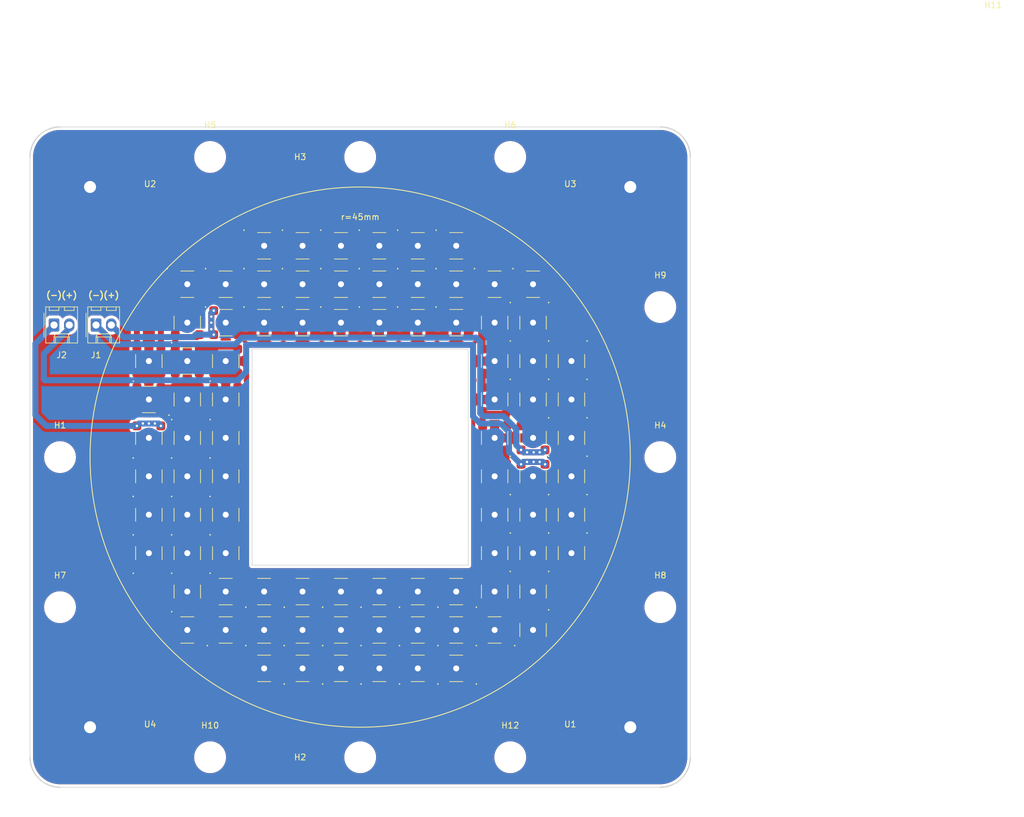
<source format=kicad_pcb>
(kicad_pcb (version 20211014) (generator pcbnew)
  (layers (0 "F.Cu" signal) (31 "B.Cu" signal) (34 "B.Paste" user) (35 "F.Paste" user) (36 "B.SilkS" user "B.Silkscreen") (37 "F.SilkS" user "F.Silkscreen") (38 "B.Mask" user) (39 "F.Mask" user) (44 "Edge.Cuts" user))
  (net 0 "")
  (net 1 "Net-(D1-Pad2)")
  (net 2 "GND")
  (net 3 "Net-(D2-Pad2)")
  (net 4 "Net-(D3-Pad2)")
  (net 5 "Net-(D4-Pad2)")
  (net 6 "Net-(D5-Pad2)")
  (net 7 "Net-(D6-Pad2)")
  (net 8 "Net-(D7-Pad2)")
  (net 9 "Net-(D8-Pad2)")
  (net 10 "Net-(D10-Pad1)")
  (net 11 "Net-(D10-Pad2)")
  (net 12 "Net-(D11-Pad2)")
  (net 13 "Net-(D12-Pad2)")
  (net 14 "Net-(D13-Pad2)")
  (net 15 "Net-(D14-Pad2)")
  (net 16 "Net-(D15-Pad2)")
  (net 17 "Net-(D16-Pad2)")
  (net 18 "Net-(D17-Pad2)")
  (net 19 "Net-(D18-Pad2)")
  (net 20 "Net-(D19-Pad2)")
  (net 21 "Net-(D20-Pad2)")
  (net 22 "Net-(D21-Pad2)")
  (net 23 "Net-(D22-Pad2)")
  (net 24 "Net-(D23-Pad2)")
  (net 25 "Net-(D24-Pad2)")
  (net 26 "Net-(D25-Pad2)")
  (net 27 "Net-(D26-Pad2)")
  (net 28 "Net-(D27-Pad2)")
  (net 29 "Net-(D28-Pad2)")
  (net 30 "Net-(D29-Pad2)")
  (net 31 "Net-(D30-Pad2)")
  (net 32 "Net-(D31-Pad2)")
  (net 33 "Net-(D32-Pad2)")
  (net 34 "Net-(D33-Pad2)")
  (net 35 "Net-(D34-Pad2)")
  (net 36 "Net-(D35-Pad2)")
  (net 37 "Net-(D36-Pad2)")
  (net 38 "Net-(D37-Pad2)")
  (net 39 "Net-(D38-Pad2)")
  (net 40 "Net-(D39-Pad2)")
  (net 41 "Net-(D40-Pad2)")
  (net 42 "Net-(D41-Pad2)")
  (net 43 "Net-(D43-Pad2)")
  (net 44 "Net-(D45-Pad2)")
  (net 45 "Net-(D46-Pad2)")
  (net 46 "Net-(D47-Pad3)")
  (net 47 "Net-(D48-Pad2)")
  (net 48 "Net-(D49-Pad2)")
  (net 49 "Net-(D50-Pad2)")
  (net 50 "Net-(D51-Pad2)")
  (net 51 "Net-(D52-Pad2)")
  (net 52 "Net-(D53-Pad2)")
  (net 53 "Net-(D54-Pad2)")
  (net 54 "Net-(D55-Pad2)")
  (net 55 "Net-(D56-Pad2)")
  (net 56 "Net-(D57-Pad2)")
  (net 57 "Net-(D58-Pad2)")
  (net 58 "Net-(D59-Pad2)")
  (net 59 "Net-(D60-Pad2)")
  (net 60 "Net-(D61-Pad2)")
  (net 61 "Net-(D62-Pad2)")
  (net 62 "Net-(D63-Pad2)")
  (net 63 "Net-(D64-Pad2)")
  (net 64 "Net-(D65-Pad2)")
  (net 65 "Net-(D66-Pad2)")
  (net 66 "Net-(D67-Pad2)")
  (net 67 "Net-(D68-Pad2)")
  (net 68 "Net-(D69-Pad2)")
  (net 69 "Net-(D70-Pad2)")
  (net 70 "Net-(D71-Pad2)")
  (net 71 "Net-(D72-Pad2)")
  (net 72 "Net-(D73-Pad3)")
  (net 73 "Net-(D74-Pad2)")
  (net 74 "Net-(D75-Pad2)")
  (net 75 "Net-(D76-Pad2)")
  (net 76 "Net-(D77-Pad2)")
  (net 77 "Net-(D78-Pad2)")
  (net 78 "Net-(D79-Pad3)")
  (net 79 "Net-(D80-Pad2)")
  (net 80 "Net-(D81-Pad2)")
  (net 81 "Net-(D82-Pad2)")
  (net 82 "Net-(D83-Pad2)")
  (net 83 "Net-(D84-Pad3)")
  (net 84 "Net-(D85-Pad2)")
  (net 85 "Net-(D86-Pad2)")
  (net 86 "Net-(D87-Pad2)")
  (net 87 "Net-(D42-Pad2)")
  (net 88 "Net-(D1-Pad1)")
  (net 89 "Net-(D44-Pad2)")
  (net 90 "Net-(D45-Pad1)")
  (net 91 "Net-(D88-Pad2)")
  (footprint "Project:LEDSC440X440X240-5N" (layer "F.Cu") (at 178.799995 83.999997 -90)
    (fp_text reference "D42" hide)
    (fp_text value "LZ1-00R403" hide)
  )
  (footprint "Project:Heat_Sink" (layer "F.Cu") (at 194.999995 144.999997)
    (fp_text reference "U1")
    (fp_text value "sink")
  )
  (footprint "Project:LEDSC440X440X240-5N" (layer "F.Cu") (at 178.799995 115.999997 -90)
    (fp_text reference "D47" hide)
    (fp_text value "LZ1-00R403" hide)
  )
  (footprint "MountingHole:MountingHole_4.3mm_M4" (layer "F.Cu") (at 124.999995 149.999997)
    (fp_text reference "H10")
    (fp_text value "MountingHole")
  )
  (footprint "Project:LEDSC440X440X240-5N" (layer "F.Cu") (at 165.999995 71.199997)
    (fp_text reference "D38" hide)
    (fp_text value "LZ1-00R403" hide)
  )
  (footprint "MountingHole:MountingHole_4.3mm_M4" (layer "F.Cu") (at 174.999995 49.999997)
    (fp_text reference "H6")
    (fp_text value "MountingHole")
  )
  (footprint "Connector_Molex:Molex_KK-254_AE-6410-02A_1x02_P2.54mm_Vertical" (layer "F.Cu") (at 98.999995 77.999997)
    (fp_text reference "J2")
    (fp_text value "Conn_01x02_Male" hide)
  )
  (footprint "Project:LEDSC440X440X240-5N" (layer "F.Cu") (at 140.399995 77.599997)
    (fp_text reference "D3" hide)
    (fp_text value "LZ1-00R403" hide)
  )
  (footprint "MountingHole:MountingHole_4.3mm_M4" (layer "F.Cu") (at 255.449995 29.999997)
    (fp_text reference "H11")
    (fp_text value "MountingHole")
  )
  (footprint "Project:LEDSC440X440X240-5N" (layer "F.Cu") (at 133.999995 77.599997)
    (fp_text reference "D2" hide)
    (fp_text value "LZ1-00R403" hide)
  )
  (footprint "Project:LEDSC440X440X240-5N" (layer "F.Cu") (at 178.799995 122.399997 -90)
    (fp_text reference "D48" hide)
    (fp_text value "LZ1-00R403" hide)
  )
  (footprint "Project:LEDSC440X440X240-5N" (layer "F.Cu") (at 127.599995 77.599997)
    (fp_text reference "D1" hide)
    (fp_text value "LZ1-00R403" hide)
  )
  (footprint "Project:LEDSC440X440X240-5N" (layer "F.Cu") (at 140.399995 128.799997 180)
    (fp_text reference "D55" hide)
    (fp_text value "LZ1-00R403" hide)
  )
  (footprint "Project:LEDSC440X440X240-5N" (layer "F.Cu") (at 146.799995 77.599997)
    (fp_text reference "D4" hide)
    (fp_text value "LZ1-00R403" hide)
  )
  (footprint "Project:LEDSC440X440X240-5N" (layer "F.Cu") (at 146.799995 135.199997 180)
    (fp_text reference "D82" hide)
    (fp_text value "LZ1-00R403" hide)
  )
  (footprint "Project:LEDSC440X440X240-5N" (layer "F.Cu") (at 127.599995 71.199997)
    (fp_text reference "D32" hide)
    (fp_text value "LZ1-00R403" hide)
  )
  (footprint "Project:LEDSC440X440X240-5N" (layer "F.Cu") (at 185.199995 103.199997 -90)
    (fp_text reference "D76" hide)
    (fp_text value "LZ1-00R403" hide)
  )
  (footprint "Project:LEDSC440X440X240-5N" (layer "F.Cu") (at 185.199995 96.799997 -90)
    (fp_text reference "D75" hide)
    (fp_text value "LZ1-00R403" hide)
  )
  (footprint "Project:LEDSC440X440X240-5N" (layer "F.Cu") (at 153.199995 64.799997)
    (fp_text reference "D70" hide)
    (fp_text value "LZ1-00R403" hide)
  )
  (footprint "MountingHole:MountingHole_4.3mm_M4" (layer "F.Cu") (at 149.999995 149.999997)
    (fp_text reference "H2")
    (fp_text value "MountingHole" hide)
  )
  (footprint "Project:LEDSC440X440X240-5N" (layer "F.Cu") (at 114.799995 103.199997 90)
    (fp_text reference "D87" hide)
    (fp_text value "LZ1-00R403" hide)
  )
  (footprint "Project:LEDSC440X440X240-5N" (layer "F.Cu") (at 127.599995 96.799997 90)
    (fp_text reference "D26" hide)
    (fp_text value "LZ1-00R403" hide)
  )
  (footprint "Project:LEDSC440X440X240-5N" (layer "F.Cu") (at 172.399995 109.599997 -90)
    (fp_text reference "D13" hide)
    (fp_text value "LZ1-00R403" hide)
  )
  (footprint "Project:LEDSC440X440X240-5N" (layer "F.Cu") (at 153.199995 128.799997 180)
    (fp_text reference "D53" hide)
    (fp_text value "LZ1-00R403" hide)
  )
  (footprint "Project:LEDSC440X440X240-5N" (layer "F.Cu") (at 114.799995 109.599997 90)
    (fp_text reference "D86" hide)
    (fp_text value "LZ1-00R403" hide)
  )
  (footprint "Project:LEDSC440X440X240-5N" (layer "F.Cu") (at 172.399995 77.599997 -90)
    (fp_text reference "D8" hide)
    (fp_text value "LZ1-00R403" hide)
  )
  (footprint "MountingHole:MountingHole_4.3mm_M4" (layer "F.Cu") (at 124.999995 49.999997)
    (fp_text reference "H5")
    (fp_text value "MountingHole")
  )
  (footprint "Project:LEDSC440X440X240-5N" (layer "F.Cu") (at 121.199995 103.199997 90)
    (fp_text reference "D62" hide)
    (fp_text value "LZ1-00R403" hide)
  )
  (footprint "MountingHole:MountingHole_4.3mm_M4" (layer "F.Cu") (at 149.999995 49.999997)
    (fp_text reference "H3")
    (fp_text value "MountingHole" hide)
  )
  (footprint "Project:LEDSC440X440X240-5N" (layer "F.Cu") (at 114.799995 90.399997 180)
    (fp_text reference "D65" hide)
    (fp_text value "LZ1-00R403" hide)
  )
  (footprint "Project:LEDSC440X440X240-5N" (layer "F.Cu") (at 165.999995 77.599997)
    (fp_text reference "D7" hide)
    (fp_text value "LZ1-00R403" hide)
  )
  (footprint "Project:LEDSC440X440X240-5N" (layer "F.Cu") (at 127.599995 103.199997 90)
    (fp_text reference "D25" hide)
    (fp_text value "LZ1-00R403" hide)
  )
  (footprint "Project:Heat_Sink" (layer "F.Cu") (at 104.999995 54.999997)
    (fp_text reference "U2")
    (fp_text value "sink")
  )
  (footprint "Project:LEDSC440X440X240-5N" (layer "F.Cu") (at 127.599995 90.399997 90)
    (fp_text reference "D27" hide)
    (fp_text value "LZ1-00R403" hide)
  )
  (footprint "Project:LEDSC440X440X240-5N" (layer "F.Cu") (at 178.799995 128.799997 -90)
    (fp_text reference "D49" hide)
    (fp_text value "LZ1-00R403" hide)
  )
  (footprint "Project:LEDSC440X440X240-5N" (layer "F.Cu") (at 172.399995 122.399997 -90)
    (fp_text reference "D15" hide)
    (fp_text value "LZ1-00R403" hide)
  )
  (footprint "Project:LEDSC440X440X240-5N" (layer "F.Cu") (at 127.599995 122.399997 180)
    (fp_text reference "D22" hide)
    (fp_text value "LZ1-00R403" hide)
  )
  (footprint "Project:LEDSC440X440X240-5N" (layer "F.Cu") (at 178.799995 96.799997 -90)
    (fp_text reference "D44" hide)
    (fp_text value "LZ1-00R403" hide)
  )
  (footprint "Project:LEDSC440X440X240-5N" (layer "F.Cu") (at 178.799995 71.199997)
    (fp_text reference "D40" hide)
    (fp_text value "LZ1-00R403" hide)
  )
  (footprint "Project:LEDSC440X440X240-5N" (layer "F.Cu") (at 146.799995 71.199997)
    (fp_text reference "D35" hide)
    (fp_text value "LZ1-00R403" hide)
  )
  (footprint "Project:LEDSC440X440X240-5N" (layer "F.Cu") (at 172.399995 83.999997 -90)
    (fp_text reference "D9" hide)
    (fp_text value "LZ1-00R403" hide)
  )
  (footprint "Project:LEDSC440X440X240-5N" (layer "F.Cu") (at 121.199995 77.599997 90)
    (fp_text reference "D30" hide)
    (fp_text value "LZ1-00R403" hide)
  )
  (footprint "Project:LEDSC440X440X240-5N" (layer "F.Cu") (at 127.599995 83.999997 90)
    (fp_text reference "D28" hide)
    (fp_text value "LZ1-00R403" hide)
  )
  (footprint "Project:LEDSC440X440X240-5N" (layer "F.Cu") (at 172.399995 128.799997 180)
    (fp_text reference "D50" hide)
    (fp_text value "LZ1-00R403" hide)
  )
  (footprint "Project:LEDSC440X440X240-5N" (layer "F.Cu") (at 133.999995 135.199997 180)
    (fp_text reference "D84" hide)
    (fp_text value "LZ1-00R403" hide)
  )
  (footprint "Project:LEDSC440X440X240-5N" (layer "F.Cu") (at 133.999995 64.799997)
    (fp_text reference "D67" hide)
    (fp_text value "LZ1-00R403" hide)
  )
  (footprint "Project:LEDSC440X440X240-5N" (layer "F.Cu") (at 185.199995 83.999997 -90)
    (fp_text reference "D73" hide)
    (fp_text value "LZ1-00R403" hide)
  )
  (footprint "Project:LEDSC440X440X240-5N" (layer "F.Cu") (at 121.199995 71.199997)
    (fp_text reference "D31" hide)
    (fp_text value "LZ1-00R403" hide)
  )
  (footprint "Project:LEDSC440X440X240-5N" (layer "F.Cu") (at 133.999995 128.799997 180)
    (fp_text reference "D56" hide)
    (fp_text value "LZ1-00R403" hide)
  )
  (footprint "Project:LEDSC440X440X240-5N" (layer "F.Cu") (at 114.799995 115.999997 90)
    (fp_text reference "D85" hide)
    (fp_text value "LZ1-00R403" hide)
  )
  (footprint "Project:LEDSC440X440X240-5N" (layer "F.Cu") (at 172.399995 115.999997 -90)
    (fp_text reference "D14" hide)
    (fp_text value "LZ1-00R403" hide)
  )
  (footprint "Project:LEDSC440X440X240-5N" (layer "F.Cu") (at 159.599995 77.599997)
    (fp_text reference "D6" hide)
    (fp_text value "LZ1-00R403" hide)
  )
  (footprint "Project:LEDSC440X440X240-5N" (layer "F.Cu") (at 153.199995 122.399997 180)
    (fp_text reference "D18" hide)
    (fp_text value "LZ1-00R403" hide)
  )
  (footprint "Project:LEDSC440X440X240-5N" (layer "F.Cu") (at 133.999995 122.399997 180)
    (fp_text reference "D21" hide)
    (fp_text value "LZ1-00R403" hide)
  )
  (footprint "Project:LEDSC440X440X240-5N" (layer "F.Cu") (at 172.399995 90.399997 -90)
    (fp_text reference "D10" hide)
    (fp_text value "LZ1-00R403" hide)
  )
  (footprint "Project:LEDSC440X440X240-5N" (layer "F.Cu") (at 121.199995 109.599997 90)
    (fp_text reference "D61" hide)
    (fp_text value "LZ1-00R403" hide)
  )
  (footprint "MountingHole:MountingHole_4.3mm_M4" (layer "F.Cu") (at 99.999995 99.999997)
    (fp_text reference "H1")
    (fp_text value "MountingHole" hide)
  )
  (footprint "Project:LEDSC440X440X240-5N" (layer "F.Cu") (at 153.199995 135.199997 180)
    (fp_text reference "D81" hide)
    (fp_text value "LZ1-00R403" hide)
  )
  (footprint "Connector_Molex:Molex_KK-254_AE-6410-02A_1x02_P2.54mm_Vertical" (layer "F.Cu") (at 105.999995 77.999997)
    (fp_text reference "J1")
    (fp_text value "Conn_01x02_Male" hide)
  )
  (footprint "Project:LEDSC440X440X240-5N" (layer "F.Cu") (at 159.599995 135.199997 180)
    (fp_text reference "D80" hide)
    (fp_text value "LZ1-00R403" hide)
  )
  (footprint "Project:LEDSC440X440X240-5N" (layer "F.Cu") (at 121.199995 83.999997 180)
    (fp_text reference "D29" hide)
    (fp_text value "LZ1-00R403" hide)
  )
  (footprint "Project:LEDSC440X440X240-5N" (layer "F.Cu") (at 121.199995 90.399997 90)
    (fp_text reference "D64" hide)
    (fp_text value "LZ1-00R403" hide)
  )
  (footprint "MountingHole:MountingHole_4.3mm_M4" (layer "F.Cu") (at 174.999995 149.999997)
    (fp_text reference "H12")
    (fp_text value "MountingHole")
  )
  (footprint "Project:LEDSC440X440X240-5N" (layer "F.Cu") (at 165.999995 135.199997 180)
    (fp_text reference "D79" hide)
    (fp_text value "LZ1-00R403" hide)
  )
  (footprint "Project:LEDSC440X440X240-5N" (layer "F.Cu") (at 159.599995 71.199997)
    (fp_text reference "D37" hide)
    (fp_text value "LZ1-00R403" hide)
  )
  (footprint "Project:Heat_Sink" (layer "F.Cu") (at 104.999995 144.999997)
    (fp_text reference "U4")
    (fp_text value "sink")
  )
  (footprint "MountingHole:MountingHole_4.3mm_M4" (layer "F.Cu") (at 199.999995 124.999997)
    (fp_text reference "H8")
    (fp_text value "MountingHole")
  )
  (footprint "Project:LEDSC440X440X240-5N" (layer "F.Cu") (at 140.399995 135.199997 180)
    (fp_text reference "D83" hide)
    (fp_text value "LZ1-00R403" hide)
  )
  (footprint "Project:LEDSC440X440X240-5N" (layer "F.Cu") (at 165.999995 64.799997)
    (fp_text reference "D72" hide)
    (fp_text value "LZ1-00R403" hide)
  )
  (footprint "Project:LEDSC440X440X240-5N" (layer "F.Cu") (at 133.999995 71.199997)
    (fp_text reference "D33" hide)
    (fp_text value "LZ1-00R403" hide)
  )
  (footprint "Project:LEDSC440X440X240-5N" (layer "F.Cu") (at 185.199995 115.999997 -90)
    (fp_text reference "D78" hide)
    (fp_text value "LZ1-00R403" hide)
  )
  (footprint "MountingHole:MountingHole_4.3mm_M4" (layer "F.Cu") (at 199.999995 99.999997)
    (fp_text reference "H4")
    (fp_text value "MountingHole" hide)
  )
  (footprint "Project:LEDSC440X440X240-5N" (layer "F.Cu") (at 178.799995 103.199997 -90)
    (fp_text reference "D45" hide)
    (fp_text value "LZ1-00R403" hide)
  )
  (footprint "Project:LEDSC440X440X240-5N" (layer "F.Cu") (at 178.799995 90.399997 -90)
    (fp_text reference "D43" hide)
    (fp_text value "LZ1-00R403" hide)
  )
  (footprint "Project:Heat_Sink" (layer "F.Cu") (at 194.999995 54.999997)
    (fp_text reference "U3")
    (fp_text value "sink")
  )
  (footprint "Project:LEDSC440X440X240-5N" (layer "F.Cu") (at 172.399995 103.199997 -90)
    (fp_text reference "D12" hide)
    (fp_text value "LZ1-00R403" hide)
  )
  (footprint "Project:LEDSC440X440X240-5N" (layer "F.Cu") (at 140.399995 71.199997)
    (fp_text reference "D34" hide)
    (fp_text value "LZ1-00R403" hide)
  )
  (footprint "Project:LEDSC440X440X240-5N" (layer "F.Cu") (at 146.799995 122.399997 180)
    (fp_text reference "D19" hide)
    (fp_text value "LZ1-00R403" hide)
  )
  (footprint "MountingHole:MountingHole_4.3mm_M4" (layer "F.Cu") (at 199.999995 74.999997)
    (fp_text reference "H9")
    (fp_text value "MountingHole")
  )
  (footprint "Project:LEDSC440X440X240-5N" (layer "F.Cu") (at 185.199995 90.399997 -90)
    (fp_text reference "D74" hide)
    (fp_text value "LZ1-00R403" hide)
  )
  (footprint "Project:LEDSC440X440X240-5N" (layer "F.Cu") (at 121.199995 115.999997 90)
    (fp_text reference "D60" hide)
    (fp_text value "LZ1-00R403" hide)
  )
  (footprint "Project:LEDSC440X440X240-5N" (layer "F.Cu") (at 146.799995 64.799997)
    (fp_text reference "D69" hide)
    (fp_text value "LZ1-00R403" hide)
  )
  (footprint "Project:LEDSC440X440X240-5N" (layer "F.Cu") (at 172.399995 96.799997 -90)
    (fp_text reference "D11" hide)
    (fp_text value "LZ1-00R403" hide)
  )
  (footprint "Project:LEDSC440X440X240-5N" (layer "F.Cu") (at 121.199995 122.399997 90)
    (fp_text reference "D59" hide)
    (fp_text value "LZ1-00R403" hide)
  )
  (footprint "Project:LEDSC440X440X240-5N" (layer "F.Cu") (at 165.999995 122.399997 180)
    (fp_text reference "D16" hide)
    (fp_text value "LZ1-00R403" hide)
  )
  (footprint "Project:LEDSC440X440X240-5N" (layer "F.Cu") (at 114.799995 96.799997 90)
    (fp_text reference "D88" hide)
    (fp_text value "LZ1-00R403" hide)
  )
  (footprint "Project:LEDSC440X440X240-5N" (layer "F.Cu") (at 153.199995 71.199997)
    (fp_text reference "D36" hide)
    (fp_text value "LZ1-00R403" hide)
  )
  (footprint "Project:LEDSC440X440X240-5N" (layer "F.Cu") (at 172.399995 71.199997)
    (fp_text reference "D39" hide)
    (fp_text value "LZ1-00R403" hide)
  )
  (footprint "Project:LEDSC440X440X240-5N" (layer "F.Cu") (at 159.599995 128.799997 180)
    (fp_text reference "D52" hide)
    (fp_text value "LZ1-00R403" hide)
  )
  (footprint "Project:LEDSC440X440X240-5N" (layer "F.Cu") (at 146.799995 128.799997 180)
    (fp_text reference "D54" hide)
    (fp_text value "LZ1-00R403" hide)
  )
  (footprint "Project:LEDSC440X440X240-5N" (layer "F.Cu") (at 159.599995 64.799997)
    (fp_text reference "D71" hide)
    (fp_text value "LZ1-00R403" hide)
  )
  (footprint "Project:LEDSC440X440X240-5N" (layer "F.Cu") (at 127.599995 128.799997 180)
    (fp_text reference "D57" hide)
    (fp_text value "LZ1-00R403" hide)
  )
  (footprint "Project:LEDSC440X440X240-5N" (layer "F.Cu") (at 114.799995 83.999997 90)
    (fp_text reference "D66" hide)
    (fp_text value "LZ1-00R403" hide)
  )
  (footprint "Project:LEDSC440X440X240-5N" (layer "F.Cu") (at 185.199995 109.599997 -90)
    (fp_text reference "D77" hide)
    (fp_text value "LZ1-00R403" hide)
  )
  (footprint "MountingHole:MountingHole_4.3mm_M4" (layer "F.Cu") (at 99.999995 124.999997)
    (fp_text reference "H7")
    (fp_text value "MountingHole")
  )
  (footprint "Project:LEDSC440X440X240-5N" (layer "F.Cu") (at 153.199995 77.599997)
    (fp_text reference "D5" hide)
    (fp_text value "LZ1-00R403" hide)
  )
  (footprint "Project:LEDSC440X440X240-5N" (layer "F.Cu") (at 121.199995 128.799997 180)
    (fp_text reference "D58" hide)
    (fp_text value "LZ1-00R403" hide)
  )
  (footprint "Project:LEDSC440X440X240-5N" (layer "F.Cu") (at 159.599995 122.399997 180)
    (fp_text reference "D17" hide)
    (fp_text value "LZ1-00R403" hide)
  )
  (footprint "Project:LEDSC440X440X240-5N" (layer "F.Cu") (at 140.399995 64.799997)
    (fp_text reference "D68" hide)
    (fp_text value "LZ1-00R403" hide)
  )
  (footprint "Project:LEDSC440X440X240-5N" (layer "F.Cu") (at 121.199995 96.799997 90)
    (fp_text reference "D63" hide)
    (fp_text value "LZ1-00R403" hide)
  )
  (footprint "Project:LEDSC440X440X240-5N" (layer "F.Cu") (at 127.599995 115.999997 90)
    (fp_text reference "D23" hide)
    (fp_text value "LZ1-00R403" hide)
  )
  (footprint "Project:LEDSC440X440X240-5N" (layer "F.Cu") (at 178.799995 109.599997 -90)
    (fp_text reference "D46" hide)
    (fp_text value "LZ1-00R403" hide)
  )
  (footprint "Project:LEDSC440X440X240-5N" (layer "F.Cu") (at 165.999995 128.799997 180)
    (fp_text reference "D51" hide)
    (fp_text value "LZ1-00R403" hide)
  )
  (footprint "Project:LEDSC440X440X240-5N" (layer "F.Cu") (at 178.799995 77.599997 -90)
    (fp_text reference "D41" hide)
    (fp_text value "LZ1-00R403" hide)
  )
  (footprint "Project:LEDSC440X440X240-5N" (layer "F.Cu") (at 140.399995 122.399997 180)
    (fp_text reference "D20" hide)
    (fp_text value "LZ1-00R403" hide)
  )
  (footprint "Project:LEDSC440X440X240-5N" (layer "F.Cu") (at 127.599995 109.599997 90)
    (fp_text reference "D24" hide)
    (fp_text value "LZ1-00R403" hide)
  )
  (gr_circle (center 149.999995 99.999997) (end 195.000245 99.999997) (layer "F.SilkS") (width 0.15) (fill none))
  (gr_line (start 132 82) (end 168 82) (layer "Edge.Cuts") (width 0.1))
  (gr_arc (start 204.999995 149.999997) (mid 203.535529 153.535531) (end 199.999995 154.999997) (layer "Edge.Cuts") (width 0.2))
  (gr_line (start 94.999995 49.999997) (end 94.999995 149.999997) (layer "Edge.Cuts") (width 0.1))
  (gr_arc (start 99.999995 154.999997) (mid 96.464461 153.535531) (end 94.999995 149.999997) (layer "Edge.Cuts") (width 0.2))
  (gr_line (start 204.999995 149.999997) (end 204.999995 49.999997) (layer "Edge.Cuts") (width 0.1))
  (gr_line (start 132 118) (end 132 82) (layer "Edge.Cuts") (width 0.1))
  (gr_line (start 168 118) (end 132 118) (layer "Edge.Cuts") (width 0.1))
  (gr_line (start 99.999995 154.999997) (end 199.999995 154.999997) (layer "Edge.Cuts") (width 0.1))
  (gr_arc (start 199.999995 44.999997) (mid 203.535529 46.464463) (end 204.999995 49.999997) (layer "Edge.Cuts") (width 0.2))
  (gr_line (start 199.999995 44.999997) (end 99.999995 44.999997) (layer "Edge.Cuts") (width 0.1))
  (gr_arc (start 94.999995 49.999997) (mid 96.464461 46.464463) (end 99.999995 44.999997) (layer "Edge.Cuts") (width 0.2))
  (gr_line (start 168 82) (end 168 118) (layer "Edge.Cuts") (width 0.1))
  (gr_text "(-)" (at 105.999995 72.999997) (layer "F.SilkS") (effects (font (size 1 1) (thickness 0.2))))
  (gr_text "(-)" (at 98.999995 72.999997) (layer "F.SilkS") (effects (font (size 1 1) (thickness 0.2))))
  (gr_text "(+)" (at 101.539995 72.999997) (layer "F.SilkS") (effects (font (size 1 1) (thickness 0.2))))
  (gr_text "(+)" (at 108.539995 72.999997) (layer "F.SilkS") (effects (font (size 1 1) (thickness 0.2))))
  (gr_text "r=45mm" (at 149.999995 59.999997) (layer "F.SilkS") (effects (font (size 1 1))))
  (segment (start 129.999506 75.999508) (end 129.599995 75.599997) (width 1) (layer "F.Cu") (net 1))
  (segment (start 129.599995 79.599997) (end 129.999506 79.200486) (width 1) (layer "F.Cu") (net 1))
  (segment (start 129.999506 79.200486) (end 129.999506 75.999508) (width 1) (layer "F.Cu") (net 1))
  (segment (start 131.999995 79.599997) (end 129.599995 79.599997) (width 1) (layer "F.Cu") (net 1))
  (segment (start 131.999995 75.599997) (end 129.599995 75.599997) (width 1) (layer "F.Cu") (net 1))
  (segment (start 138.399995 75.599997) (end 135.999995 75.599997) (width 1) (layer "F.Cu") (net 3))
  (segment (start 136.399506 79.200486) (end 136.399506 75.999508) (width 1) (layer "F.Cu") (net 3))
  (segment (start 135.999995 79.599997) (end 136.399506 79.200486) (width 1) (layer "F.Cu") (net 3))
  (segment (start 138.399995 79.599997) (end 135.999995 79.599997) (width 1) (layer "F.Cu") (net 3))
  (segment (start 136.399506 75.999508) (end 135.999995 75.599997) (width 1) (layer "F.Cu") (net 3))
  (segment (start 144.799995 79.599997) (end 142.399995 79.599997) (width 1) (layer "F.Cu") (net 4))
  (segment (start 142.399995 75.599997) (end 142.799506 75.999508) (width 1) (layer "F.Cu") (net 4))
  (segment (start 142.799506 79.200486) (end 142.399995 79.599997) (width 1) (layer "F.Cu") (net 4))
  (segment (start 144.799995 75.599997) (end 142.399995 75.599997) (width 1) (layer "F.Cu") (net 4))
  (segment (start 142.799506 75.999508) (end 142.799506 79.200486) (width 1) (layer "F.Cu") (net 4))
  (segment (start 149.199506 79.200486) (end 149.199506 75.999508) (width 1) (layer "F.Cu") (net 5))
  (segment (start 148.799995 79.599997) (end 151.199995 79.599997) (width 1) (layer "F.Cu") (net 5))
  (segment (start 148.799995 79.599997) (end 149.199506 79.200486) (width 1) (layer "F.Cu") (net 5))
  (segment (start 149.199506 75.999508) (end 148.799995 75.599997) (width 1) (layer "F.Cu") (net 5))
  (segment (start 151.199995 75.599997) (end 148.799995 75.599997) (width 1) (layer "F.Cu") (net 5))
  (segment (start 157.599995 75.599997) (end 155.199995 75.599997) (width 1) (layer "F.Cu") (net 6))
  (segment (start 155.599506 79.200486) (end 155.599506 75.999508) (width 1) (layer "F.Cu") (net 6))
  (segment (start 155.199995 79.599997) (end 155.599506 79.200486) (width 1) (layer "F.Cu") (net 6))
  (segment (start 155.599506 75.999508) (end 155.199995 75.599997) (width 1) (layer "F.Cu") (net 6))
  (segment (start 155.199995 79.599997) (end 157.599995 79.599997) (width 1) (layer "F.Cu") (net 6))
  (segment (start 161.999506 79.200486) (end 161.999506 75.999508) (width 1) (layer "F.Cu") (net 7))
  (segment (start 161.599995 79.599997) (end 161.999506 79.200486) (width 1) (layer "F.Cu") (net 7))
  (segment (start 161.999506 75.999508) (end 161.599995 75.599997) (width 1) (layer "F.Cu") (net 7))
  (segment (start 161.599995 79.599997) (end 163.999995 79.599997) (width 1) (layer "F.Cu") (net 7))
  (segment (start 161.599995 75.599997) (end 163.999995 75.599997) (width 1) (layer "F.Cu") (net 7))
  (segment (start 168.399506 79.200486) (end 168.399506 75.999508) (width 1) (layer "F.Cu") (net 8))
  (segment (start 168.399506 75.999508) (end 167.999995 75.599997) (width 1) (layer "F.Cu") (net 8))
  (segment (start 167.999995 79.599997) (end 168.399506 79.200486) (width 1) (layer "F.Cu") (net 8))
  (segment (start 170.399995 75.599997) (end 167.999995 75.599997) (width 1) (layer "F.Cu") (net 8))
  (segment (start 174.000484 75.200486) (end 170.799506 75.200486) (width 1) (layer "F.Cu") (net 8))
  (segment (start 170.799506 75.200486) (end 170.399995 75.599997) (width 1) (layer "F.Cu") (net 8))
  (segment (start 174.399995 75.599997) (end 174.000484 75.200486) (width 1) (layer "F.Cu") (net 8))
  (segment (start 174.399995 79.599997) (end 174.000484 79.999508) (width 1) (layer "F.Cu") (net 9))
  (segment (start 170.799506 79.999508) (end 170.399995 79.599997) (width 1) (layer "F.Cu") (net 9))
  (segment (start 174.399995 81.999997) (end 174.399995 79.599997) (width 1) (layer "F.Cu") (net 9))
  (segment (start 174.000484 79.999508) (end 170.799506 79.999508) (width 1) (layer "F.Cu") (net 9))
  (segment (start 170.399995 81.999997) (end 170.399995 79.599997) (width 1) (layer "F.Cu") (net 9))
  (segment (start 170.399995 85.999997) (end 170.799506 86.399508) (width 1) (layer "F.Cu") (net 10))
  (segment (start 170.799506 86.399508) (end 174.000484 86.399508) (width 1) (layer "F.Cu") (net 10))
  (segment (start 174.399995 88.399997) (end 174.399995 85.999997) (width 1) (layer "F.Cu") (net 10))
  (segment (start 174.000484 86.399508) (end 174.399995 85.999997) (width 1) (layer "F.Cu") (net 10))
  (segment (start 170.399995 88.399997) (end 170.399995 85.999997) (width 1) (layer "F.Cu") (net 10))
  (segment (start 174.399995 94.799997) (end 174.399995 92.399997) (width 1) (layer "F.Cu") (net 11))
  (segment (start 170.399995 94.799997) (end 170.399995 92.399997) (width 1) (layer "F.Cu") (net 11))
  (segment (start 174.399995 92.399997) (end 174.000484 92.799508) (width 1) (layer "F.Cu") (net 11))
  (segment (start 174.000484 92.799508) (end 170.799506 92.799508) (width 1) (layer "F.Cu") (net 11))
  (segment (start 170.799506 92.799508) (end 170.399995 92.399997) (width 1) (layer "F.Cu") (net 11))
  (segment (start 174.399995 98.799997) (end 174.000484 99.199508) (width 1) (layer "F.Cu") (net 12))
  (segment (start 170.799506 99.199508) (end 170.399995 98.799997) (width 1) (layer "F.Cu") (net 12))
  (segment (start 174.000484 99.199508) (end 170.799506 99.199508) (width 1) (layer "F.Cu") (net 12))
  (segment (start 174.399995 101.199997) (end 174.399995 98.799997) (width 1) (layer "F.Cu") (net 12))
  (segment (start 170.399995 101.199997) (end 170.399995 98.799997) (width 1) (layer "F.Cu") (net 12))
  (segment (start 170.399995 107.599997) (end 170.399995 105.199997) (width 1) (layer "F.Cu") (net 13))
  (segment (start 170.799506 105.599508) (end 170.399995 105.199997) (width 1) (layer "F.Cu") (net 13))
  (segment (start 174.399995 107.599997) (end 174.399995 105.199997) (width 1) (layer "F.Cu") (net 13))
  (segment (start 174.000484 105.599508) (end 170.799506 105.599508) (width 1) (layer "F.Cu") (net 13))
  (segment (start 174.399995 105.199997) (end 174.000484 105.599508) (width 1) (layer "F.Cu") (net 13))
  (segment (start 170.399995 111.599997) (end 170.799506 111.999508) (width 1) (layer "F.Cu") (net 14))
  (segment (start 170.799506 111.999508) (end 174.000484 111.999508) (width 1) (layer "F.Cu") (net 14))
  (segment (start 174.000484 111.999508) (end 174.399995 111.599997) (width 1) (layer "F.Cu") (net 14))
  (segment (start 174.399995 113.999997) (end 174.399995 111.599997) (width 1) (layer "F.Cu") (net 14))
  (segment (start 170.399995 113.999997) (end 170.399995 111.599997) (width 1) (layer "F.Cu") (net 14))
  (segment (start 174.000484 118.399508) (end 170.799506 118.399508) (width 1) (layer "F.Cu") (net 15))
  (segment (start 174.399995 120.399997) (end 174.399995 117.999997) (width 1) (layer "F.Cu") (net 15))
  (segment (start 170.799506 118.399508) (end 170.399995 117.999997) (width 1) (layer "F.Cu") (net 15))
  (segment (start 170.399995 120.399997) (end 170.399995 117.999997) (width 1) (layer "F.Cu") (net 15))
  (segment (start 174.399995 117.999997) (end 174.000484 118.399508) (width 1) (layer "F.Cu") (net 15))
  (segment (start 174.399995 124.399997) (end 174.000484 124.799508) (width 1) (layer "F.Cu") (net 16))
  (segment (start 174.000484 124.799508) (end 170.799506 124.799508) (width 1) (layer "F.Cu") (net 16))
  (segment (start 168.399506 120.799508) (end 168.399506 124.000486) (width 1) (layer "F.Cu") (net 16))
  (segment (start 170.799506 124.799508) (end 170.399995 124.399997) (width 1) (layer "F.Cu") (net 16))
  (segment (start 167.999995 120.399997) (end 168.399506 120.799508) (width 1) (layer "F.Cu") (net 16))
  (segment (start 168.399506 124.000486) (end 167.999995 124.399997) (width 1) (layer "F.Cu") (net 16))
  (segment (start 170.399995 124.399997) (end 167.999995 124.399997) (width 1) (layer "F.Cu") (net 16))
  (segment (start 163.999995 120.399997) (end 161.599995 120.399997) (width 1) (layer "F.Cu") (net 17))
  (segment (start 161.599995 124.399997) (end 163.999995 124.399997) (width 1) (layer "F.Cu") (net 17))
  (segment (start 161.599995 124.399997) (end 161.999506 124.000486) (width 1) (layer "F.Cu") (net 17))
  (segment (start 161.999506 124.000486) (end 161.999506 120.799508) (width 1) (layer "F.Cu") (net 17))
  (segment (start 161.999506 120.799508) (end 161.599995 120.399997) (width 1) (layer "F.Cu") (net 17))
  (segment (start 155.599506 120.799508) (end 155.199995 120.399997) (width 1) (layer "F.Cu") (net 18))
  (segment (start 155.199995 124.399997) (end 155.599506 124.000486) (width 1) (layer "F.Cu") (net 18))
  (segment (start 155.599506 124.000486) (end 155.599506 120.799508) (width 1) (layer "F.Cu") (net 18))
  (segment (start 157.599995 124.399997) (end 155.199995 124.399997) (width 1) (layer "F.Cu") (net 18))
  (segment (start 155.199995 120.399997) (end 157.599995 120.399997) (width 1) (layer "F.Cu") (net 18))
  (segment (start 149.199506 124.000486) (end 149.199506 120.799508) (width 1) (layer "F.Cu") (net 19))
  (segment (start 149.199506 120.799508) (end 148.799995 120.399997) (width 1) (layer "F.Cu") (net 19))
  (segment (start 151.199995 124.399997) (end 148.799995 124.399997) (width 1) (layer "F.Cu") (net 19))
  (segment (start 148.799995 120.399997) (end 151.199995 120.399997) (width 1) (layer "F.Cu") (net 19))
  (segment (start 148.799995 124.399997) (end 149.199506 124.000486) (width 1) (layer "F.Cu") (net 19))
  (segment (start 142.399995 120.399997) (end 142.799506 120.799508) (width 1) (layer "F.Cu") (net 20))
  (segment (start 142.399995 120.399997) (end 144.799995 120.399997) (width 1) (layer "F.Cu") (net 20))
  (segment (start 142.799506 120.799508) (end 142.799506 124.000486) (width 1) (layer "F.Cu") (net 20))
  (segment (start 142.799506 124.000486) (end 142.399995 124.399997) (width 1) (layer "F.Cu") (net 20))
  (segment (start 144.799995 124.399997) (end 142.399995 124.399997) (width 1) (layer "F.Cu") (net 20))
  (segment (start 138.399995 124.399997) (end 135.999995 124.399997) (width 1) (layer "F.Cu") (net 21))
  (segment (start 138.399995 120.399997) (end 135.999995 120.399997) (width 1) (layer "F.Cu") (net 21))
  (segment (start 138.000484 120.799508) (end 138.399995 120.399997) (width 1) (layer "F.Cu") (net 21))
  (segment (start 138.000484 124.000486) (end 138.000484 120.799508) (width 1) (layer "F.Cu") (net 21))
  (segment (start 138.399995 124.399997) (end 138.000484 124.000486) (width 1) (layer "F.Cu") (net 21))
  (segment (start 129.599995 124.399997) (end 129.999506 124.000486) (width 1) (layer "F.Cu") (net 22))
  (segment (start 131.999995 124.399997) (end 129.599995 124.399997) (width 1) (layer "F.Cu") (net 22))
  (segment (start 129.999506 120.799508) (end 129.599995 120.399997) (width 1) (layer "F.Cu") (net 22))
  (segment (start 131.999995 120.399997) (end 129.599995 120.399997) (width 1) (layer "F.Cu") (net 22))
  (segment (start 129.999506 124.000486) (end 129.999506 120.799508) (width 1) (layer "F.Cu") (net 22))
  (segment (start 125.200484 120.799508) (end 125.599995 120.399997) (width 1) (layer "F.Cu") (net 23))
  (segment (start 125.200484 124.000486) (end 125.200484 120.799508) (width 1) (layer "F.Cu") (net 23))
  (segment (start 125.599995 120.399997) (end 125.599995 117.999997) (width 1) (layer "F.Cu") (net 23))
  (segment (start 129.599995 117.999997) (end 129.200484 118.399508) (width 1) (layer "F.Cu") (net 23))
  (segment (start 125.599995 124.399997) (end 125.200484 124.000486) (width 1) (layer "F.Cu") (net 23))
  (segment (start 129.200484 118.399508) (end 125.999506 118.399508) (width 1) (layer "F.Cu") (net 23))
  (segment (start 125.999506 118.399508) (end 125.599995 117.999997) (width 1) (layer "F.Cu") (net 23))
  (segment (start 125.599995 113.999997) (end 125.599995 111.599997) (width 1) (layer "F.Cu") (net 24))
  (segment (start 129.200484 111.999508) (end 125.999506 111.999508) (width 1) (layer "F.Cu") (net 24))
  (segment (start 129.599995 111.599997) (end 129.200484 111.999508) (width 1) (layer "F.Cu") (net 24))
  (segment (start 125.999506 111.999508) (end 125.599995 111.599997) (width 1) (layer "F.Cu") (net 24))
  (segment (start 129.599995 113.999997) (end 129.599995 111.599997) (width 1) (layer "F.Cu") (net 24))
  (segment (start 129.200484 105.599508) (end 129.599995 105.199997) (width 1) (layer "F.Cu") (net 25))
  (segment (start 129.599995 107.599997) (end 129.599995 105.199997) (width 1) (layer "F.Cu") (net 25))
  (segment (start 125.999506 105.599508) (end 129.200484 105.599508) (width 1) (layer "F.Cu") (net 25))
  (segment (start 125.599995 105.199997) (end 125.999506 105.599508) (width 1) (layer "F.Cu") (net 25))
  (segment (start 125.599995 107.599997) (end 125.599995 105.199997) (width 1) (layer "F.Cu") (net 25))
  (segment (start 129.599995 98.799997) (end 129.200484 99.199508) (width 1) (layer "F.Cu") (net 26))
  (segment (start 129.599995 101.199997) (end 129.599995 98.799997) (width 1) (layer "F.Cu") (net 26))
  (segment (start 125.999506 99.199508) (end 125.599995 98.799997) (width 1) (layer "F.Cu") (net 26))
  (segment (start 129.200484 99.199508) (end 125.999506 99.199508) (width 1) (layer "F.Cu") (net 26))
  (segment (start 125.599995 101.199997) (end 125.599995 98.799997) (width 1) (layer "F.Cu") (net 26))
  (segment (start 125.599995 94.799997) (end 125.599995 92.399997) (width 1) (layer "F.Cu") (net 27))
  (segment (start 125.999506 92.799508) (end 129.200484 92.799508) (width 1) (layer "F.Cu") (net 27))
  (segment (start 125.599995 92.399997) (end 125.999506 92.799508) (width 1) (layer "F.Cu") (net 27))
  (segment (start 129.200484 92.799508) (end 129.599995 92.399997) (width 1) (layer "F.Cu") (net 27))
  (segment (start 129.599995 94.799997) (end 129.599995 92.399997) (width 1) (layer "F.Cu") (net 27))
  (segment (start 129.599995 88.399997) (end 129.599995 85.999997) (width 1) (layer "F.Cu") (net 28))
  (segment (start 125.599995 88.399997) (end 125.599995 85.999997) (width 1) (layer "F.Cu") (net 28))
  (segment (start 129.599995 85.999997) (end 129.200484 86.399508) (width 1) (layer "F.Cu") (net 28))
  (segment (start 125.999506 86.399508) (end 125.599995 85.999997) (width 1) (layer "F.Cu") (net 28))
  (segment (start 129.200484 86.399508) (end 125.999506 86.399508) (width 1) (layer "F.Cu") (net 28))
  (segment (start 123.599506 85.600486) (end 123.599506 82.399508) (width 1) (layer "F.Cu") (net 29))
  (segment (start 125.599995 81.999997) (end 123.199995 81.999997) (width 1) (layer "F.Cu") (net 29))
  (segment (start 125.999506 81.600486) (end 125.599995 81.999997) (width 1) (layer "F.Cu") (net 29))
  (segment (start 123.199995 85.999997) (end 123.599506 85.600486) (width 1) (layer "F.Cu") (net 29))
  (segment (start 129.200484 81.600486) (end 125.999506 81.600486) (width 1) (layer "F.Cu") (net 29))
  (segment (start 129.599995 81.999997) (end 129.200484 81.600486) (width 1) (layer "F.Cu") (net 29))
  (segment (start 123.599506 82.399508) (end 123.199995 81.999997) (width 1) (layer "F.Cu") (net 29))
  (segment (start 119.599506 79.999508) (end 122.800484 79.999508) (width 1) (layer "F.Cu") (net 30))
  (segment (start 118.800484 82.399508) (end 119.199995 81.999997) (width 1) (layer "F.Cu") (net 30))
  (segment (start 119.199995 85.999997) (end 118.800484 85.600486) (width 1) (layer "F.Cu") (net 30))
  (segment (start 119.199995 79.599997) (end 119.599506 79.999508) (width 1) (layer "F.Cu") (net 30))
  (segment (start 118.800484 85.600486) (end 118.800484 82.399508) (width 1) (layer "F.Cu") (net 30))
  (segment (start 122.800484 79.999508) (end 123.199995 79.599997) (width 1) (layer "F.Cu") (net 30))
  (segment (start 119.199995 81.999997) (end 119.199995 79.599997) (width 1) (layer "F.Cu") (net 30))
  (segment (start 118.800484 69.599508) (end 119.199995 69.199997) (width 1) (layer "F.Cu") (net 31))
  (segment (start 119.199995 73.199997) (end 118.800484 72.800486) (width 1) (layer "F.Cu") (net 31))
  (segment (start 119.599506 75.200486) (end 119.199995 75.599997) (width 1) (layer "F.Cu") (net 31))
  (segment (start 122.800484 75.200486) (end 119.599506 75.200486) (width 1) (layer "F.Cu") (net 31))
  (segment (start 119.199995 75.599997) (end 119.199995 73.199997) (width 1) (layer "F.Cu") (net 31))
  (segment (start 123.199995 75.599997) (end 122.800484 75.200486) (width 1) (layer "F.Cu") (net 31))
  (segment (start 118.800484 72.800486) (end 118.800484 69.599508) (width 1) (layer "F.Cu") (net 31))
  (segment (start 123.199995 73.199997) (end 125.599995 73.199997) (width 1) (layer "F.Cu") (net 32))
  (segment (start 125.599995 69.199997) (end 123.199995 69.199997) (width 1) (layer "F.Cu") (net 32))
  (segment (start 123.599506 72.800486) (end 123.599506 69.599508) (width 1) (layer "F.Cu") (net 32))
  (segment (start 123.199995 73.199997) (end 123.599506 72.800486) (width 1) (layer "F.Cu") (net 32))
  (segment (start 123.599506 69.599508) (end 123.199995 69.199997) (width 1) (layer "F.Cu") (net 32))
  (segment (start 131.999995 69.199997) (end 129.599995 69.199997) (width 1) (layer "F.Cu") (net 33))
  (segment (start 129.599995 73.199997) (end 131.999995 73.199997) (width 1) (layer "F.Cu") (net 33))
  (segment (start 129.999506 72.800486) (end 129.999506 69.599508) (width 1) (layer "F.Cu") (net 33))
  (segment (start 129.999506 69.599508) (end 129.599995 69.199997) (width 1) (layer "F.Cu") (net 33))
  (segment (start 129.599995 73.199997) (end 129.999506 72.800486) (width 1) (layer "F.Cu") (net 33))
  (segment (start 136.399506 69.599508) (end 135.999995 69.199997) (width 1) (layer "F.Cu") (net 34))
  (segment (start 135.999995 73.199997) (end 136.399506 72.800486) (width 1) (layer "F.Cu") (net 34))
  (segment (start 136.399506 72.800486) (end 136.399506 69.599508) (width 1) (layer "F.Cu") (net 34))
  (segment (start 138.399995 69.199997) (end 135.999995 69.199997) (width 1) (layer "F.Cu") (net 34))
  (segment (start 138.399995 73.199997) (end 135.999995 73.199997) (width 1) (layer "F.Cu") (net 34))
  (segment (start 144.799995 69.199997) (end 142.399995 69.199997) (width 1) (layer "F.Cu") (net 35))
  (segment (start 142.399995 73.199997) (end 144.799995 73.199997) (width 1) (layer "F.Cu") (net 35))
  (segment (start 142.799506 69.599508) (end 142.399995 69.199997) (width 1) (layer "F.Cu") (net 35))
  (segment (start 142.399995 73.199997) (end 142.799506 72.800486) (width 1) (layer "F.Cu") (net 35))
  (segment (start 142.799506 72.800486) (end 142.799506 69.599508) (width 1) (layer "F.Cu") (net 35))
  (segment (start 148.799995 73.199997) (end 151.199995 73.199997) (width 1) (layer "F.Cu") (net 36))
  (segment (start 149.199506 69.599508) (end 148.799995 69.199997) (width 1) (layer "F.Cu") (net 36))
  (segment (start 151.199995 69.199997) (end 148.799995 69.199997) (width 1) (layer "F.Cu") (net 36))
  (segment (start 148.799995 73.199997) (end 149.199506 72.800486) (width 1) (layer "F.Cu") (net 36))
  (segment (start 149.199506 72.800486) (end 149.199506 69.599508) (width 1) (layer "F.Cu") (net 36))
  (segment (start 155.599506 72.800486) (end 155.599506 69.599508) (width 1) (layer "F.Cu") (net 37))
  (segment (start 155.599506 69.599508) (end 155.199995 69.199997) (width 1) (layer "F.Cu") (net 37))
  (segment (start 157.599995 69.199997) (end 155.199995 69.199997) (width 1) (layer "F.Cu") (net 37))
  (segment (start 155.199995 73.199997) (end 157.599995 73.199997) (width 1) (layer "F.Cu") (net 37))
  (segment (start 155.199995 73.199997) (end 155.599506 72.800486) (width 1) (layer "F.Cu") (net 37))
  (segment (start 163.999995 69.199997) (end 161.599995 69.199997) (width 1) (layer "F.Cu") (net 38))
  (segment (start 161.999506 72.800486) (end 161.999506 69.599508) (width 1) (layer "F.Cu") (net 38))
  (segment (start 161.999506 69.599508) (end 161.599995 69.199997) (width 1) (layer "F.Cu") (net 38))
  (segment (start 161.599995 73.199997) (end 163.999995 73.199997) (width 1) (layer "F.Cu") (net 38))
  (segment (start 161.599995 73.199997) (end 161.999506 72.800486) (width 1) (layer "F.Cu") (net 38))
  (segment (start 167.999995 73.199997) (end 168.399506 72.800486) (width 1) (layer "F.Cu") (net 39))
  (segment (start 168.399506 72.800486) (end 168.399506 69.599508) (width 1) (layer "F.Cu") (net 39))
  (segment (start 167.999995 73.199997) (end 170.399995 73.199997) (width 1) (layer "F.Cu") (net 39))
  (segment (start 168.399506 69.599508) (end 167.999995 69.199997) (width 1) (layer "F.Cu") (net 39))
  (segment (start 170.399995 69.199997) (end 167.999995 69.199997) (width 1) (layer "F.Cu") (net 39))
  (segment (start 174.799506 72.800486) (end 174.799506 69.599508) (width 1) (layer "F.Cu") (net 40))
  (segment (start 176.799995 69.199997) (end 174.399995 69.199997) (width 1) (layer "F.Cu") (net 40))
  (segment (start 174.399995 73.199997) (end 174.799506 72.800486) (width 1) (layer "F.Cu") (net 40))
  (segment (start 174.799506 69.599508) (end 174.399995 69.199997) (width 1) (layer "F.Cu") (net 40))
  (segment (start 174.399995 73.199997) (end 176.799995 73.199997) (width 1) (layer "F.Cu") (net 40))
  (segment (start 180.400484 75.200486) (end 180.799995 75.599997) (width 1) (layer "F.Cu") (net 41))
  (segment (start 177.199506 75.200486) (end 180.400484 75.200486) (width 1) (layer "F.Cu") (net 41))
  (segment (start 181.199506 69.599508) (end 181.199506 72.800486) (width 1) (layer "F.Cu") (net 41))
  (segment (start 180.799995 75.599997) (end 180.799995 73.199997) (width 1) (layer "F.Cu") (net 41))
  (segment (start 176.799995 75.599997) (end 177.199506 75.200486) (width 1) (layer "F.Cu") (net 41))
  (segment (start 180.799995 69.199997) (end 181.199506 69.599508) (width 1) (layer "F.Cu") (net 41))
  (segment (start 181.199506 72.800486) (end 180.799995 73.199997) (width 1) (layer "F.Cu") (net 41))
  (segment (start 180.799995 79.599997) (end 180.400484 79.999508) (width 1) (layer "F.Cu") (net 42))
  (segment (start 180.799995 81.999997) (end 180.799995 79.599997) (width 1) (layer "F.Cu") (net 42))
  (segment (start 180.400484 79.999508) (end 177.199506 79.999508) (width 1) (layer "F.Cu") (net 42))
  (segment (start 176.799995 79.599997) (end 176.799995 81.999997) (width 1) (layer "F.Cu") (net 42))
  (segment (start 177.199506 79.999508) (end 176.799995 79.599997) (width 1) (layer "F.Cu") (net 42))
  (segment (start 180.799995 92.399997) (end 180.400484 92.799508) (width 1) (layer "F.Cu") (net 43))
  (segment (start 180.799995 94.799997) (end 180.799995 92.399997) (width 1) (layer "F.Cu") (net 43))
  (segment (start 180.400484 92.799508) (end 177.199506 92.799508) (width 1) (layer "F.Cu") (net 43))
  (segment (start 176.799995 94.799997) (end 176.799995 92.399997) (width 1) (layer "F.Cu") (net 43))
  (segment (start 177.199506 92.799508) (end 176.799995 92.399997) (width 1) (layer "F.Cu") (net 43))
  (segment (start 180.799995 105.199997) (end 180.400484 105.599508) (width 1) (layer "F.Cu") (net 44))
  (segment (start 177.199506 105.599508) (end 176.799995 105.199997) (width 1) (layer "F.Cu") (net 44))
  (segment (start 176.799995 107.599997) (end 176.799995 105.199997) (width 1) (layer "F.Cu") (net 44))
  (segment (start 180.400484 105.599508) (end 177.199506 105.599508) (width 1) (layer "F.Cu") (net 44))
  (segment (start 180.799995 107.599997) (end 180.799995 105.199997) (width 1) (layer "F.Cu") (net 44))
  (segment (start 180.799995 111.599997) (end 180.400484 111.999508) (width 1) (layer "F.Cu") (net 45))
  (segment (start 180.400484 111.999508) (end 177.199506 111.999508) (width 1) (layer "F.Cu") (net 45))
  (segment (start 180.799995 113.999997) (end 180.799995 111.599997) (width 1) (layer "F.Cu") (net 45))
  (segment (start 177.199506 111.999508) (end 176.799995 111.599997) (width 1) (layer "F.Cu") (net 45))
  (segment (start 176.799995 113.999997) (end 176.799995 111.599997) (width 1) (layer "F.Cu") (net 45))
  (segment (start 176.799995 120.399997) (end 176.799995 117.999997) (width 1) (layer "F.Cu") (net 46))
  (segment (start 180.400484 118.399508) (end 177.199506 118.399508) (width 1) (layer "F.Cu") (net 46))
  (segment (start 177.199506 118.399508) (end 176.799995 117.999997) (width 1) (layer "F.Cu") (net 46))
  (segment (start 180.799995 117.999997) (end 180.400484 118.399508) (width 1) (layer "F.Cu") (net 46))
  (segment (start 180.799995 120.399997) (end 180.799995 117.999997) (width 1) (layer "F.Cu") (net 46))
  (segment (start 177.199506 124.799508) (end 176.799995 124.399997) (width 1) (layer "F.Cu") (net 47))
  (segment (start 180.400484 124.799508) (end 177.199506 124.799508) (width 1) (layer "F.Cu") (net 47))
  (segment (start 176.799995 126.799997) (end 176.799995 124.399997) (width 1) (layer "F.Cu") (net 47))
  (segment (start 180.799995 124.399997) (end 180.400484 124.799508) (width 1) (layer "F.Cu") (net 47))
  (segment (start 180.799995 126.799997) (end 180.799995 124.399997) (width 1) (layer "F.Cu") (net 47))
  (segment (start 174.799506 130.400486) (end 174.399995 130.799997) (width 1) (layer "F.Cu") (net 48))
  (segment (start 174.799506 127.199508) (end 174.799506 130.400486) (width 1) (layer "F.Cu") (net 48))
  (segment (start 180.799995 130.799997) (end 180.400484 131.199508) (width 1) (layer "F.Cu") (net 48))
  (segment (start 176.799995 130.799997) (end 174.399995 130.799997) (width 1) (layer "F.Cu") (net 48))
  (segment (start 174.399995 126.799997) (end 174.799506 127.199508) (width 1) (layer "F.Cu") (net 48))
  (segment (start 180.400484 131.199508) (end 177.199506 131.199508) (width 1) (layer "F.Cu") (net 48))
  (segment (start 177.199506 131.199508) (end 176.799995 130.799997) (width 1) (layer "F.Cu") (net 48))
  (segment (start 167.999995 126.799997) (end 168.399506 127.199508) (width 1) (layer "F.Cu") (net 49))
  (segment (start 170.399995 130.799997) (end 167.999995 130.799997) (width 1) (layer "F.Cu") (net 49))
  (segment (start 168.399506 127.199508) (end 168.399506 130.400486) (width 1) (layer "F.Cu") (net 49))
  (segment (start 168.399506 130.400486) (end 167.999995 130.799997) (width 1) (layer "F.Cu") (net 49))
  (segment (start 170.399995 126.799997) (end 167.999995 126.799997) (width 1) (layer "F.Cu") (net 49))
  (segment (start 163.999995 130.799997) (end 161.599995 130.799997) (width 1) (layer "F.Cu") (net 50))
  (segment (start 161.599995 130.799997) (end 161.999506 130.400486) (width 1) (layer "F.Cu") (net 50))
  (segment (start 163.999995 126.799997) (end 161.599995 126.799997) (width 1) (layer "F.Cu") (net 50))
  (segment (start 161.999506 127.199508) (end 161.599995 126.799997) (width 1) (layer "F.Cu") (net 50))
  (segment (start 161.999506 130.400486) (end 161.999506 127.199508) (width 1) (layer "F.Cu") (net 50))
  (segment (start 157.599995 126.799997) (end 155.199995 126.799997) (width 1) (layer "F.Cu") (net 51))
  (segment (start 157.599995 130.799997) (end 155.199995 130.799997) (width 1) (layer "F.Cu") (net 51))
  (segment (start 155.199995 130.799997) (end 155.599506 130.400486) (width 1) (layer "F.Cu") (net 51))
  (segment (start 155.599506 130.400486) (end 155.599506 127.199508) (width 1) (layer "F.Cu") (net 51))
  (segment (start 155.599506 127.199508) (end 155.199995 126.799997) (width 1) (layer "F.Cu") (net 51))
  (segment (start 151.199995 126.799997) (end 148.799995 126.799997) (width 1) (layer "F.Cu") (net 52))
  (segment (start 149.199506 127.199508) (end 149.199506 130.400486) (width 1) (layer "F.Cu") (net 52))
  (segment (start 149.199506 130.400486) (end 148.799995 130.799997) (width 1) (layer "F.Cu") (net 52))
  (segment (start 151.199995 130.799997) (end 148.799995 130.799997) (width 1) (layer "F.Cu") (net 52))
  (segment (start 148.799995 126.799997) (end 149.199506 127.199508) (width 1) (layer "F.Cu") (net 52))
  (segment (start 142.799506 127.199508) (end 142.799506 130.400486) (width 1) (layer "F.Cu") (net 53))
  (segment (start 142.399995 126.799997) (end 142.799506 127.199508) (width 1) (layer "F.Cu") (net 53))
  (segment (start 144.799995 126.799997) (end 142.399995 126.799997) (width 1) (layer "F.Cu") (net 53))
  (segment (start 144.799995 130.799997) (end 142.399995 130.799997) (width 1) (layer "F.Cu") (net 53))
  (segment (start 142.799506 130.400486) (end 142.399995 130.799997) (width 1) (layer "F.Cu") (net 53))
  (segment (start 138.399995 130.799997) (end 135.999995 130.799997) (width 1) (layer "F.Cu") (net 54))
  (segment (start 138.399995 126.799997) (end 135.999995 126.799997) (width 1) (layer "F.Cu") (net 54))
  (segment (start 136.399506 127.199508) (end 136.399506 130.400486) (width 1) (layer "F.Cu") (net 54))
  (segment (start 136.399506 130.400486) (end 135.999995 130.799997) (width 1) (layer "F.Cu") (net 54))
  (segment (start 135.999995 126.799997) (end 136.399506 127.199508) (width 1) (layer "F.Cu") (net 54))
  (segment (start 129.599995 126.799997) (end 129.999506 127.199508) (width 1) (layer "F.Cu") (net 55))
  (segment (start 129.999506 130.400486) (end 129.599995 130.799997) (width 1) (layer "F.Cu") (net 55))
  (segment (start 129.999506 127.199508) (end 129.999506 130.400486) (width 1) (layer "F.Cu") (net 55))
  (segment (start 131.999995 130.799997) (end 129.599995 130.799997) (width 1) (layer "F.Cu") (net 55))
  (segment (start 131.999995 126.799997) (end 129.599995 126.799997) (width 1) (layer "F.Cu") (net 55))
  (segment (start 125.599995 130.799997) (end 123.199995 130.799997) (width 1) (layer "F.Cu") (net 56))
  (segment (start 123.599506 127.199508) (end 123.599506 130.400486) (width 1) (layer "F.Cu") (net 56))
  (segment (start 123.599506 130.400486) (end 123.199995 130.799997) (width 1) (layer "F.Cu") (net 56))
  (segment (start 125.599995 126.799997) (end 123.199995 126.799997) (width 1) (layer "F.Cu") (net 56))
  (segment (start 123.199995 126.799997) (end 123.599506 127.199508) (width 1) (layer "F.Cu") (net 56))
  (segment (start 118.800484 127.199508) (end 119.199995 126.799997) (width 1) (layer "F.Cu") (net 57))
  (segment (start 119.199995 130.799997) (end 118.800484 130.400486) (width 1) (layer "F.Cu") (net 57))
  (segment (start 119.599506 124.799508) (end 119.199995 124.399997) (width 1) (layer "F.Cu") (net 57))
  (segment (start 119.199995 126.799997) (end 119.199995 124.399997) (width 1) (layer "F.Cu") (net 57))
  (segment (start 122.800484 124.799508) (end 119.599506 124.799508) (width 1) (layer "F.Cu") (net 57))
  (segment (start 123.199995 124.399997) (end 122.800484 124.799508) (width 1) (layer "F.Cu") (net 57))
  (segment (start 118.800484 130.400486) (end 118.800484 127.199508) (width 1) (layer "F.Cu") (net 57))
  (segment (start 119.199995 120.399997) (end 119.199995 117.999997) (width 1) (layer "F.Cu") (net 58))
  (segment (start 122.800484 118.399508) (end 119.599506 118.399508) (width 1) (layer "F.Cu") (net 58))
  (segment (start 123.199995 120.399997) (end 123.199995 117.999997) (width 1) (layer "F.Cu") (net 58))
  (segment (start 123.199995 117.999997) (end 122.800484 118.399508) (width 1) (layer "F.Cu") (net 58))
  (segment (start 119.599506 118.399508) (end 119.199995 117.999997) (width 1) (layer "F.Cu") (net 58))
  (segment (start 122.800484 111.999508) (end 123.199995 111.599997) (width 1) (layer "F.Cu") (net 59))
  (segment (start 119.199995 113.999997) (end 119.199995 111.599997) (width 1) (layer "F.Cu") (net 59))
  (segment (start 119.199995 111.599997) (end 119.599506 111.999508) (width 1) (layer "F.Cu") (net 59))
  (segment (start 119.599506 111.999508) (end 122.800484 111.999508) (width 1) (layer "F.Cu") (net 59))
  (segment (start 123.199995 113.999997) (end 123.199995 111.599997) (width 1) (layer "F.Cu") (net 59))
  (segment (start 123.199995 107.599997) (end 123.199995 105.199997) (width 1) (layer "F.Cu") (net 60))
  (segment (start 119.599506 105.599508) (end 119.199995 105.199997) (width 1) (layer "F.Cu") (net 60))
  (segment (start 123.199995 105.199997) (end 122.800484 105.599508) (width 1) (layer "F.Cu") (net 60))
  (segment (start 119.199995 107.599997) (end 119.199995 105.199997) (width 1) (layer "F.Cu") (net 60))
  (segment (start 122.800484 105.599508) (end 119.599506 105.599508) (width 1) (layer "F.Cu") (net 60))
  (segment (start 119.599506 99.199508) (end 122.800484 99.199508) (width 1) (layer "F.Cu") (net 61))
  (segment (start 122.800484 99.199508) (end 123.199995 98.799997) (width 1) (layer "F.Cu") (net 61))
  (segment (start 119.199995 98.799997) (end 119.599506 99.199508) (width 1) (layer "F.Cu") (net 61))
  (segment (start 123.199995 101.199997) (end 123.199995 98.799997) (width 1) (layer "F.Cu") (net 61))
  (segment (start 119.199995 101.199997) (end 119.199995 98.799997) (width 1) (layer "F.Cu") (net 61))
  (segment (start 122.800484 92.799508) (end 119.599506 92.799508) (width 1) (layer "F.Cu") (net 62))
  (segment (start 123.199995 92.399997) (end 122.800484 92.799508) (width 1) (layer "F.Cu") (net 62))
  (segment (start 119.199995 94.799997) (end 119.199995 92.399997) (width 1) (layer "F.Cu") (net 62))
  (segment (start 123.199995 94.799997) (end 123.199995 92.399997) (width 1) (layer "F.Cu") (net 62))
  (segment (start 119.599506 92.799508) (end 119.199995 92.399997) (width 1) (layer "F.Cu") (net 62))
  (segment (start 116.799995 92.399997) (end 117.199506 92.000486) (width 1) (layer "F.Cu") (net 63))
  (segment (start 123.199995 88.399997) (end 122.800484 88.000486) (width 1) (layer "F.Cu") (net 63))
  (segment (start 122.800484 88.000486) (end 119.599506 88.000486) (width 1) (layer "F.Cu") (net 63))
  (segment (start 117.199506 88.799508) (end 116.799995 88.399997) (width 1) (layer "F.Cu") (net 63))
  (segment (start 119.199995 88.399997) (end 116.799995 88.399997) (width 1) (layer "F.Cu") (net 63))
  (segment (start 117.199506 92.000486) (end 117.199506 88.799508) (width 1) (layer "F.Cu") (net 63))
  (segment (start 119.599506 88.000486) (end 119.199995 88.399997) (width 1) (layer "F.Cu") (net 63))
  (segment (start 116.400484 86.399508) (end 113.199506 86.399508) (width 1) (layer "F.Cu") (net 64))
  (segment (start 112.400484 92.000486) (end 112.400484 88.799508) (width 1) (layer "F.Cu") (net 64))
  (segment (start 116.799995 85.999997) (end 116.400484 86.399508) (width 1) (layer "F.Cu") (net 64))
  (segment (start 112.400484 88.799508) (end 112.799995 88.399997) (width 1) (layer "F.Cu") (net 64))
  (segment (start 112.799995 88.399997) (end 112.799995 85.999997) (width 1) (layer "F.Cu") (net 64))
  (segment (start 113.199506 86.399508) (end 112.799995 85.999997) (width 1) (layer "F.Cu") (net 64))
  (segment (start 112.799995 92.399997) (end 112.400484 92.000486) (width 1) (layer "F.Cu") (net 64))
  (segment (start 116.799995 81.999997) (end 116.799995 69.356003) (width 1) (layer "F.Cu") (net 65))
  (segment (start 112.799995 81.999997) (end 112.799995 73.356003) (width 1) (layer "F.Cu") (net 65))
  (segment (start 116.799995 69.356003) (end 119.356001 66.799997) (width 1) (layer "F.Cu") (net 65))
  (segment (start 112.799995 73.356003) (end 123.356001 62.799997) (width 1) (layer "F.Cu") (net 65))
  (segment (start 119.356001 66.799997) (end 131.999995 66.799997) (width 1) (layer "F.Cu") (net 65))
  (segment (start 123.356001 62.799997) (end 131.999995 62.799997) (width 1) (layer "F.Cu") (net 65))
  (segment (start 136.399506 66.400486) (end 135.999995 66.799997) (width 1) (layer "F.Cu") (net 66))
  (segment (start 136.399506 63.199508) (end 136.399506 66.400486) (width 1) (layer "F.Cu") (net 66))
  (segment (start 138.399995 66.799997) (end 135.999995 66.799997) (width 1) (layer "F.Cu") (net 66))
  (segment (start 135.999995 62.799997) (end 136.399506 63.199508) (width 1) (layer "F.Cu") (net 66))
  (segment (start 135.999995 62.799997) (end 138.399995 62.799997) (width 1) (layer "F.Cu") (net 66))
  (segment (start 144.799995 62.799997) (end 142.399995 62.799997) (width 1) (layer "F.Cu") (net 67))
  (segment (start 142.399995 66.799997) (end 142.799506 66.400486) (width 1) (layer "F.Cu") (net 67))
  (segment (start 142.799506 63.199508) (end 142.399995 62.799997) (width 1) (layer "F.Cu") (net 67))
  (segment (start 142.799506 66.400486) (end 142.799506 63.199508) (width 1) (layer "F.Cu") (net 67))
  (segment (start 142.399995 66.799997) (end 144.799995 66.799997) (width 1) (layer "F.Cu") (net 67))
  (segment (start 148.799995 66.799997) (end 149.199506 66.400486) (width 1) (layer "F.Cu") (net 68))
  (segment (start 151.199995 62.799997) (end 148.799995 62.799997) (width 1) (layer "F.Cu") (net 68))
  (segment (start 148.799995 66.799997) (end 151.199995 66.799997) (width 1) (layer "F.Cu") (net 68))
  (segment (start 149.199506 66.400486) (end 149.199506 63.199508) (width 1) (layer "F.Cu") (net 68))
  (segment (start 149.199506 63.199508) (end 148.799995 62.799997) (width 1) (layer "F.Cu") (net 68))
  (segment (start 155.599506 66.400486) (end 155.599506 63.199508) (width 1) (layer "F.Cu") (net 69))
  (segment (start 155.199995 62.799997) (end 157.599995 62.799997) (width 1) (layer "F.Cu") (net 69))
  (segment (start 155.199995 66.799997) (end 155.599506 66.400486) (width 1) (layer "F.Cu") (net 69))
  (segment (start 155.599506 63.199508) (end 155.199995 62.799997) (width 1) (layer "F.Cu") (net 69))
  (segment (start 157.599995 66.799997) (end 155.199995 66.799997) (width 1) (layer "F.Cu") (net 69))
  (segment (start 163.999995 66.799997) (end 161.599995 66.799997) (width 1) (layer "F.Cu") (net 70))
  (segment (start 161.999506 66.400486) (end 161.999506 63.199508) (width 1) (layer "F.Cu") (net 70))
  (segment (start 161.599995 62.799997) (end 163.999995 62.799997) (width 1) (layer "F.Cu") (net 70))
  (segment (start 161.599995 66.799997) (end 161.999506 66.400486) (width 1) (layer "F.Cu") (net 70))
  (segment (start 161.999506 63.199508) (end 161.599995 62.799997) (width 1) (layer "F.Cu") (net 70))
  (segment (start 183.199995 69.356003) (end 183.199995 81.999997) (width 1) (layer "F.Cu") (net 71))
  (segment (start 180.643989 66.799997) (end 183.199995 69.356003) (width 1) (layer "F.Cu") (net 71))
  (segment (start 167.999995 66.799997) (end 180.643989 66.799997) (width 1) (layer "F.Cu") (net 71))
  (segment (start 187.199995 73.356003) (end 187.199995 81.999997) (width 1) (layer "F.Cu") (net 71))
  (segment (start 176.643989 62.799997) (end 187.199995 73.356003) (width 1) (layer "F.Cu") (net 71))
  (segment (start 167.999995 62.799997) (end 176.643989 62.799997) (width 1) (layer "F.Cu") (net 71))
  (segment (start 187.199995 85.999997) (end 186.800484 86.399508) (width 1) (layer "F.Cu") (net 72))
  (segment (start 187.199995 88.399997) (end 187.199995 85.999997) (width 1) (layer "F.Cu") (net 72))
  (segment (start 186.800484 86.399508) (end 183.599506 86.399508) (width 1) (layer "F.Cu") (net 72))
  (segment (start 183.599506 86.399508) (end 183.199995 85.999997) (width 1) (layer "F.Cu") (net 72))
  (segment (start 183.199995 88.399997) (end 183.199995 85.999997) (width 1) (layer "F.Cu") (net 72))
  (segment (start 183.599506 92.799508) (end 186.800484 92.799508) (width 1) (layer "F.Cu") (net 73))
  (segment (start 183.199995 94.799997) (end 183.199995 92.399997) (width 1) (layer "F.Cu") (net 73))
  (segment (start 186.800484 92.799508) (end 187.199995 92.399997) (width 1) (layer "F.Cu") (net 73))
  (segment (start 183.199995 92.399997) (end 183.599506 92.799508) (width 1) (layer "F.Cu") (net 73))
  (segment (start 187.199995 94.799997) (end 187.199995 92.399997) (width 1) (layer "F.Cu") (net 73))
  (segment (start 187.199995 101.199997) (end 187.199995 98.799997) (width 1) (layer "F.Cu") (net 74))
  (segment (start 186.800484 99.199508) (end 183.599506 99.199508) (width 1) (layer "F.Cu") (net 74))
  (segment (start 183.599506 99.199508) (end 183.199995 98.799997) (width 1) (layer "F.Cu") (net 74))
  (segment (start 183.199995 101.199997) (end 183.199995 98.799997) (width 1) (layer "F.Cu") (net 74))
  (segment (start 187.199995 98.799997) (end 186.800484 99.199508) (width 1) (layer "F.Cu") (net 74))
  (segment (start 183.199995 107.599997) (end 183.199995 105.199997) (width 1) (layer "F.Cu") (net 75))
  (segment (start 183.199995 105.199997) (end 183.599506 105.599508) (width 1) (layer "F.Cu") (net 75))
  (segment (start 183.599506 105.599508) (end 186.800484 105.599508) (width 1) (layer "F.Cu") (net 75))
  (segment (start 186.800484 105.599508) (end 187.199995 105.199997) (width 1) (layer "F.Cu") (net 75))
  (segment (start 187.199995 107.599997) (end 187.199995 105.199997) (width 1) (layer "F.Cu") (net 75))
  (segment (start 183.599506 111.999508) (end 186.800484 111.999508) (width 1) (layer "F.Cu") (net 76))
  (segment (start 187.199995 113.999997) (end 187.199995 111.599997) (width 1) (layer "F.Cu") (net 76))
  (segment (start 186.800484 111.999508) (end 187.199995 111.599997) (width 1) (layer "F.Cu") (net 76))
  (segment (start 183.199995 111.599997) (end 183.599506 111.999508) (width 1) (layer "F.Cu") (net 76))
  (segment (start 183.199995 113.999997) (end 183.199995 111.599997) (width 1) (layer "F.Cu") (net 76))
  (segment (start 176.643989 137.199997) (end 167.999995 137.199997) (width 1) (layer "F.Cu") (net 77))
  (segment (start 187.199995 117.999997) (end 187.199995 126.643991) (width 1) (layer "F.Cu") (net 77))
  (segment (start 180.643989 133.199997) (end 167.999995 133.199997) (width 1) (layer "F.Cu") (net 77))
  (segment (start 183.199995 130.643991) (end 180.643989 133.199997) (width 1) (layer "F.Cu") (net 77))
  (segment (start 183.199995 117.999997) (end 183.199995 130.643991) (width 1) (layer "F.Cu") (net 77))
  (segment (start 187.199995 126.643991) (end 176.643989 137.199997) (width 1) (layer "F.Cu") (net 77))
  (segment (start 161.999506 133.599508) (end 161.999506 136.800486) (width 1) (layer "F.Cu") (net 78))
  (segment (start 163.999995 137.199997) (end 161.599995 137.199997) (width 1) (layer "F.Cu") (net 78))
  (segment (start 161.999506 136.800486) (end 161.599995 137.199997) (width 1) (layer "F.Cu") (net 78))
  (segment (start 163.999995 133.199997) (end 161.599995 133.199997) (width 1) (layer "F.Cu") (net 78))
  (segment (start 161.599995 133.199997) (end 161.999506 133.599508) (width 1) (layer "F.Cu") (net 78))
  (segment (start 155.599506 136.800486) (end 155.199995 137.199997) (width 1) (layer "F.Cu") (net 79))
  (segment (start 155.199995 133.199997) (end 155.599506 133.599508) (width 1) (layer "F.Cu") (net 79))
  (segment (start 157.599995 133.199997) (end 155.199995 133.199997) (width 1) (layer "F.Cu") (net 79))
  (segment (start 157.599995 137.199997) (end 155.199995 137.199997) (width 1) (layer "F.Cu") (net 79))
  (segment (start 155.599506 133.599508) (end 155.599506 136.800486) (width 1) (layer "F.Cu") (net 79))
  (segment (start 149.199506 133.599508) (end 149.199506 136.800486) (width 1) (layer "F.Cu") (net 80))
  (segment (start 151.199995 137.199997) (end 148.799995 137.199997) (width 1) (layer "F.Cu") (net 80))
  (segment (start 151.199995 133.199997) (end 148.799995 133.199997) (width 1) (layer "F.Cu") (net 80))
  (segment (start 148.799995 133.199997) (end 149.199506 133.599508) (width 1) (layer "F.Cu") (net 80))
  (segment (start 149.199506 136.800486) (end 148.799995 137.199997) (width 1) (layer "F.Cu") (net 80))
  (segment (start 144.799995 137.199997) (end 142.399995 137.199997) (width 1) (layer "F.Cu") (net 81))
  (segment (start 142.399995 133.199997) (end 142.799506 133.599508) (width 1) (layer "F.Cu") (net 81))
  (segment (start 142.799506 136.800486) (end 142.399995 137.199997) (width 1) (layer "F.Cu") (net 81))
  (segment (start 144.799995 133.199997) (end 142.399995 133.199997) (width 1) (layer "F.Cu") (net 81))
  (segment (start 142.799506 133.599508) (end 142.799506 136.800486) (width 1) (layer "F.Cu") (net 81))
  (segment (start 138.399995 133.199997) (end 135.999995 133.199997) (width 1) (layer "F.Cu") (net 82))
  (segment (start 138.399995 137.199997) (end 135.999995 137.199997) (width 1) (layer "F.Cu") (net 82))
  (segment (start 135.999995 137.199997) (end 136.399506 136.800486) (width 1) (layer "F.Cu") (net 82))
  (segment (start 136.399506 133.599508) (end 135.999995 133.199997) (width 1) (layer "F.Cu") (net 82))
  (segment (start 136.399506 136.800486) (end 136.399506 133.599508) (width 1) (layer "F.Cu") (net 82))
  (segment (start 119.356001 133.199997) (end 131.999995 133.199997) (width 1) (layer "F.Cu") (net 83))
  (segment (start 116.799995 130.643991) (end 119.356001 133.199997) (width 1) (layer "F.Cu") (net 83))
  (segment (start 112.799995 126.643991) (end 112.799995 117.999997) (width 1) (layer "F.Cu") (net 83))
  (segment (start 116.799995 117.999997) (end 116.799995 130.643991) (width 1) (layer "F.Cu") (net 83))
  (segment (start 123.356001 137.199997) (end 112.799995 126.643991) (width 1) (layer "F.Cu") (net 83))
  (segment (start 131.999995 137.199997) (end 123.356001 137.199997) (width 1) (layer "F.Cu") (net 83))
  (segment (start 116.400484 111.999508) (end 116.799995 111.599997) (width 1) (layer "F.Cu") (net 84))
  (segment (start 113.199506 111.999508) (end 116.400484 111.999508) (width 1) (layer "F.Cu") (net 84))
  (segment (start 112.799995 113.999997) (end 112.799995 111.599997) (width 1) (layer "F.Cu") (net 84))
  (segment (start 112.799995 111.599997) (end 113.199506 111.999508) (width 1) (layer "F.Cu") (net 84))
  (segment (start 116.799995 113.999997) (end 116.799995 111.599997) (width 1) (layer "F.Cu") (net 84))
  (segment (start 112.799995 107.599997) (end 112.799995 105.199997) (width 1) (layer "F.Cu") (net 85))
  (segment (start 112.799995 105.199997) (end 113.199506 105.599508) (width 1) (layer "F.Cu") (net 85))
  (segment (start 113.199506 105.599508) (end 116.400484 105.599508) (width 1) (layer "F.Cu") (net 85))
  (segment (start 116.400484 105.599508) (end 116.799995 105.199997) (width 1) (layer "F.Cu") (net 85))
  (segment (start 116.799995 107.599997) (end 116.799995 105.199997) (width 1) (layer "F.Cu") (net 85))
  (segment (start 116.799995 101.199997) (end 116.799995 98.799997) (width 1) (layer "F.Cu") (net 86))
  (segment (start 113.199506 99.199508) (end 116.400484 99.199508) (width 1) (layer "F.Cu") (net 86))
  (segment (start 116.400484 99.199508) (end 116.799995 98.799997) (width 1) (layer "F.Cu") (net 86))
  (segment (start 112.799995 101.199997) (end 112.799995 98.799997) (width 1) (layer "F.Cu") (net 86))
  (segment (start 112.799995 98.799997) (end 113.199506 99.199508) (width 1) (layer "F.Cu") (net 86))
  (segment (start 180.799995 88.399997) (end 180.799995 85.999997) (width 1) (layer "F.Cu") (net 87))
  (segment (start 180.400484 86.399508) (end 180.799995 85.999997) (width 1) (layer "F.Cu") (net 87))
  (segment (start 177.199506 86.399508) (end 180.400484 86.399508) (width 1) (layer "F.Cu") (net 87))
  (segment (start 176.799995 85.999997) (end 177.199506 86.399508) (width 1) (layer "F.Cu") (net 87))
  (segment (start 176.799995 88.399997) (end 176.799995 85.999997) (width 1) (layer "F.Cu") (net 87))
  (segment (start 125.200484 75.999508) (end 125.200484 76.599508) (width 1) (layer "F.Cu") (net 88))
  (segment (start 125.200484 76.599508) (end 125.200484 77.599508) (width 1) (layer "F.Cu") (net 88))
  (segment (start 125.599995 75.599997) (end 125.200484 75.999508) (width 1) (layer "F.Cu") (net 88))
  (segment (start 125.200484 78.699508) (end 125.200484 79.200486) (width 1) (layer "F.Cu") (net 88))
  (segment (start 125.200484 77.599508) (end 125.200484 78.699508) (width 1) (layer "F.Cu") (net 88))
  (segment (start 125.200484 79.200486) (end 125.599995 79.599997) (width 1) (layer "F.Cu") (net 88))
  (via (at 125.200484 77.599508) (size 0.8) (drill 0.4) (layers "F.Cu" "B.Cu") (net 88))
  (via (at 125.599995 75.599997) (size 0.8) (drill 0.4) (layers "F.Cu" "B.Cu") (net 88))
  (via (at 125.599995 79.599997) (size 0.8) (drill 0.4) (layers "F.Cu" "B.Cu") (net 88))
  (via (at 125.200484 76.599508) (size 0.8) (drill 0.4) (layers "F.Cu" "B.Cu") (net 88))
  (via (at 125.200484 78.699508) (size 0.8) (drill 0.4) (layers "F.Cu" "B.Cu") (net 88))
  (segment (start 125.599995 75.599997) (end 125.200484 75.999508) (width 1) (layer "B.Cu") (net 88))
  (segment (start 125.200484 79.200486) (end 125.599995 79.599997) (width 1) (layer "B.Cu") (net 88))
  (segment (start 122.593417 79.599997) (end 122.193906 79.999508) (width 1) (layer "B.Cu") (net 88))
  (segment (start 125.200484 75.999508) (end 125.200484 79.200486) (width 1) (layer "B.Cu") (net 88))
  (segment (start 110.539506 79.999508) (end 108.539995 77.999997) (width 1) (layer "B.Cu") (net 88))
  (segment (start 125.599995 79.599997) (end 122.593417 79.599997) (width 1) (layer "B.Cu") (net 88))
  (segment (start 122.193906 79.999508) (end 110.539506 79.999508) (width 1) (layer "B.Cu") (net 88))
  (segment (start 177.199506 99.199508) (end 176.799995 98.799997) (width 1) (layer "F.Cu") (net 89))
  (segment (start 180.400484 99.199508) (end 177.199506 99.199508) (width 1) (layer "F.Cu") (net 89))
  (segment (start 180.799995 98.799997) (end 180.400484 99.199508) (width 1) (layer "F.Cu") (net 89))
  (via (at 180.799995 98.799997) (size 0.8) (drill 0.4) (layers "F.Cu" "B.Cu") (net 89))
  (via (at 176.799995 98.799997) (size 0.8) (drill 0.4) (layers "F.Cu" "B.Cu") (net 89))
  (via (at 178.900484 99.199508) (size 0.8) (drill 0.4) (layers "F.Cu" "B.Cu") (net 89))
  (via (at 179.900484 99.199508) (size 0.8) (drill 0.4) (layers "F.Cu" "B.Cu") (net 89))
  (via (at 177.800484 99.199508) (size 0.8) (drill 0.4) (layers "F.Cu" "B.Cu") (net 89))
  (segment (start 176.799995 98.799997) (end 175.999016 97.999018) (width 1) (layer "B.Cu") (net 89))
  (segment (start 170.497338 93.200976) (end 169.999506 92.703144) (width 1) (layer "B.Cu") (net 89))
  (segment (start 179.900484 99.199508) (end 180.400484 99.199508) (width 1) (layer "B.Cu") (net 89))
  (segment (start 173.890759 93.200975) (end 170.497338 93.200976) (width 1) (layer "B.Cu") (net 89))
  (segment (start 169.999505 80.799507) (end 169.300484 80.100486) (width 1) (layer "B.Cu") (net 89))
  (segment (start 178.900484 99.199508) (end 179.900484 99.199508) (width 1) (layer "B.Cu") (net 89))
  (segment (start 109.199017 81.199019) (end 105.999995 77.999997) (width 1) (layer "B.Cu") (net 89))
  (segment (start 169.300484 80.100486) (end 130.303142 80.100486) (width 1) (layer "B.Cu") (net 89))
  (segment (start 130.303142 80.100486) (end 129.204609 81.199019) (width 1) (layer "B.Cu") (net 89))
  (segment (start 169.999506 92.703144) (end 169.999505 80.799507) (width 1) (layer "B.Cu") (net 89))
  (segment (start 177.800484 99.199508) (end 178.900484 99.199508) (width 1) (layer "B.Cu") (net 89))
  (segment (start 129.204609 81.199019) (end 109.199017 81.199019) (width 1) (layer "B.Cu") (net 89))
  (segment (start 177.199506 99.199508) (end 177.800484 99.199508) (width 1) (layer "B.Cu") (net 89))
  (segment (start 176.799995 98.799997) (end 177.199506 99.199508) (width 1) (layer "B.Cu") (net 89))
  (segment (start 180.400484 99.199508) (end 180.799995 98.799997) (width 1) (layer "B.Cu") (net 89))
  (segment (start 175.999016 95.309232) (end 173.890759 93.200975) (width 1) (layer "B.Cu") (net 89))
  (segment (start 175.999016 97.999018) (end 175.999016 95.309232) (width 1) (layer "B.Cu") (net 89))
  (segment (start 177.199506 100.800486) (end 176.799995 101.199997) (width 1) (layer "F.Cu") (net 90))
  (segment (start 180.400484 100.800486) (end 177.199506 100.800486) (width 1) (layer "F.Cu") (net 90))
  (segment (start 180.799995 101.199997) (end 180.400484 100.800486) (width 1) (layer "F.Cu") (net 90))
  (via (at 177.799506 100.800486) (size 0.8) (drill 0.4) (layers "F.Cu" "B.Cu") (net 90))
  (via (at 179.899506 100.800486) (size 0.8) (drill 0.4) (layers "F.Cu" "B.Cu") (net 90))
  (via (at 178.899506 100.800486) (size 0.8) (drill 0.4) (layers "F.Cu" "B.Cu") (net 90))
  (via (at 180.799995 101.199997) (size 0.8) (drill 0.4) (layers "F.Cu" "B.Cu") (net 90))
  (via (at 176.799995 101.199997) (size 0.8) (drill 0.4) (layers "F.Cu" "B.Cu") (net 90))
  (segment (start 129.599995 87.199997) (end 97.499995 87.199997) (width 1) (layer "B.Cu") (net 90))
  (segment (start 179.899506 100.800486) (end 178.899506 100.800486) (width 1) (layer "B.Cu") (net 90))
  (segment (start 168.699995 81.299997) (end 130.999995 81.299997) (width 1) (layer "B.Cu") (net 90))
  (segment (start 97.299995 86.999997) (end 97.299995 82.799997) (width 1) (layer "B.Cu") (net 90))
  (segment (start 130.999995 81.299997) (end 130.999995 85.799997) (width 1) (layer "B.Cu") (net 90))
  (segment (start 174.799506 99.199508) (end 174.799506 95.806086) (width 1) (layer "B.Cu") (net 90))
  (segment (start 178.899506 100.800486) (end 177.799506 100.800486) (width 1) (layer "B.Cu") (net 90))
  (segment (start 173.393906 94.400486) (end 170.000484 94.400486) (width 1) (layer "B.Cu") (net 90))
  (segment (start 177.799506 100.800486) (end 177.199506 100.800486) (width 1) (layer "B.Cu") (net 90))
  (segment (start 170.000484 94.400486) (end 168.799995 93.199997) (width 1) (layer "B.Cu") (net 90))
  (segment (start 174.799506 95.806086) (end 173.393906 94.400486) (width 1) (layer "B.Cu") (net 90))
  (segment (start 180.799995 101.199997) (end 180.400484 100.800486) (width 1) (layer "B.Cu") (net 90))
  (segment (start 97.299995 82.799997) (end 101.539995 78.559997) (width 1) (layer "B.Cu") (net 90))
  (segment (start 180.400484 100.800486) (end 179.899506 100.800486) (width 1) (layer "B.Cu") (net 90))
  (segment (start 101.539995 78.559997) (end 101.539995 77.999997) (width 1) (layer "B.Cu") (net 90))
  (segment (start 168.799995 93.199997) (end 168.799995 81.399997) (width 1) (layer "B.Cu") (net 90))
  (segment (start 168.799995 81.399997) (end 168.699995 81.299997) (width 1) (layer "B.Cu") (net 90))
  (segment (start 176.799995 101.199997) (end 174.799506 99.199508) (width 1) (layer "B.Cu") (net 90))
  (segment (start 97.499995 87.199997) (end 97.299995 86.999997) (width 1) (layer "B.Cu") (net 90))
  (segment (start 177.199506 100.800486) (end 176.799995 101.199997) (width 1) (layer "B.Cu") (net 90))
  (segment (start 130.999995 85.799997) (end 129.599995 87.199997) (width 1) (layer "B.Cu") (net 90))
  (segment (start 112.799995 94.799997) (end 113.199506 94.400486) (width 1) (layer "F.Cu") (net 91))
  (segment (start 113.199506 94.400486) (end 116.400484 94.400486) (width 1) (layer "F.Cu") (net 91))
  (segment (start 116.400484 94.400486) (end 116.799995 94.799997) (width 1) (layer "F.Cu") (net 91))
  (via (at 116.799995 94.799997) (size 0.8) (drill 0.4) (layers "F.Cu" "B.Cu") (net 91))
  (via (at 112.799995 94.799997) (size 0.8) (drill 0.4) (layers "F.Cu" "B.Cu") (net 91))
  (via (at 114.799506 94.400486) (size 0.8) (drill 0.4) (layers "F.Cu" "B.Cu") (net 91))
  (via (at 113.799506 94.400486) (size 0.8) (drill 0.4) (layers "F.Cu" "B.Cu") (net 91))
  (via (at 115.799506 94.400486) (size 0.8) (drill 0.4) (layers "F.Cu" "B.Cu") (net 91))
  (segment (start 115.799506 94.400486) (end 114.799506 94.400486) (width 1) (layer "B.Cu") (net 91))
  (segment (start 97.699995 94.799997) (end 112.799995 94.799997) (width 1) (layer "B.Cu") (net 91))
  (segment (start 95.899995 92.999997) (end 97.699995 94.799997) (width 1) (layer "B.Cu") (net 91))
  (segment (start 116.799995 94.799997) (end 116.400484 94.400486) (width 1) (layer "B.Cu") (net 91))
  (segment (start 98.999995 77.999997) (end 95.899995 81.099997) (width 1) (layer "B.Cu") (net 91))
  (segment (start 113.799506 94.400486) (end 113.199506 94.400486) (width 1) (layer "B.Cu") (net 91))
  (segment (start 116.400484 94.400486) (end 115.799506 94.400486) (width 1) (layer "B.Cu") (net 91))
  (segment (start 113.199506 94.400486) (end 112.799995 94.799997) (width 1) (layer "B.Cu") (net 91))
  (segment (start 95.899995 81.099997) (end 95.899995 92.999997) (width 1) (layer "B.Cu") (net 91))
  (segment (start 114.799506 94.400486) (end 113.799506 94.400486) (width 1) (layer "B.Cu") (net 91))
  (zone (net 2) (net_name "GND") (layers F&B.Cu) (connect_pads yes (clearance 0.508)) (min_thickness 0.254) (fill yes (thermal_gap 0.508) (thermal_bridge_width 0.508))
    (polygon (pts (xy 209.999995 159.999997) (xy 89.999995 159.999997) (xy 89.999995 39.999997) (xy 209.999995 39.999997)))
  )
)
</source>
